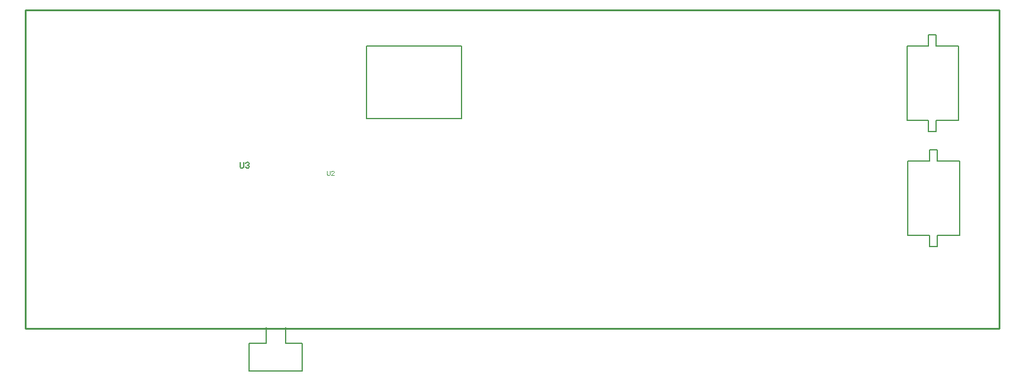
<source format=gm1>
G04*
G04 #@! TF.GenerationSoftware,Altium Limited,Altium Designer,19.1.6 (110)*
G04*
G04 Layer_Color=16711935*
%FSLAX24Y24*%
%MOIN*%
G70*
G01*
G75*
%ADD12C,0.0079*%
%ADD14C,0.0100*%
%ADD16C,0.0039*%
%ADD17C,0.0059*%
D12*
X62707Y21744D02*
Y25956D01*
X61447D02*
X62707D01*
X61447D02*
Y26586D01*
X61014D02*
X61447D01*
X61014Y25956D02*
Y26586D01*
X59793Y25956D02*
X61014D01*
X59793Y21744D02*
Y25956D01*
Y21744D02*
X61014D01*
Y21114D02*
Y21744D01*
Y21114D02*
X61447D01*
Y21744D01*
X62707D01*
X62757Y15244D02*
Y19456D01*
X61497D02*
X62757D01*
X61497D02*
Y20086D01*
X61064D02*
X61497D01*
X61064Y19456D02*
Y20086D01*
X59843Y19456D02*
X61064D01*
X59843Y15244D02*
Y19456D01*
Y15244D02*
X61064D01*
Y14614D02*
Y15244D01*
Y14614D02*
X61497D01*
Y15244D01*
X62757D01*
X23599Y9146D02*
Y10051D01*
X22654Y9146D02*
X23599D01*
X22654Y7571D02*
Y9146D01*
X25646Y7571D02*
Y9146D01*
X24701D02*
X25646D01*
X24701D02*
Y10051D01*
X22654Y7571D02*
X25646D01*
X29261Y21850D02*
X34655D01*
Y25950D01*
X29261D02*
X34655D01*
X29261Y21850D02*
Y25950D01*
D14*
X10000Y10000D02*
X65000D01*
Y28000D01*
X10000D02*
X65000D01*
X10000Y10000D02*
Y28000D01*
D16*
X27050Y18886D02*
Y18689D01*
X27089Y18650D01*
X27168D01*
X27207Y18689D01*
Y18886D01*
X27444Y18650D02*
X27286D01*
X27444Y18807D01*
Y18847D01*
X27404Y18886D01*
X27325D01*
X27286Y18847D01*
D17*
X22130Y19377D02*
Y19115D01*
X22182Y19062D01*
X22287D01*
X22340Y19115D01*
Y19377D01*
X22445Y19325D02*
X22497Y19377D01*
X22602D01*
X22655Y19325D01*
Y19272D01*
X22602Y19220D01*
X22550D01*
X22602D01*
X22655Y19167D01*
Y19115D01*
X22602Y19062D01*
X22497D01*
X22445Y19115D01*
M02*

</source>
